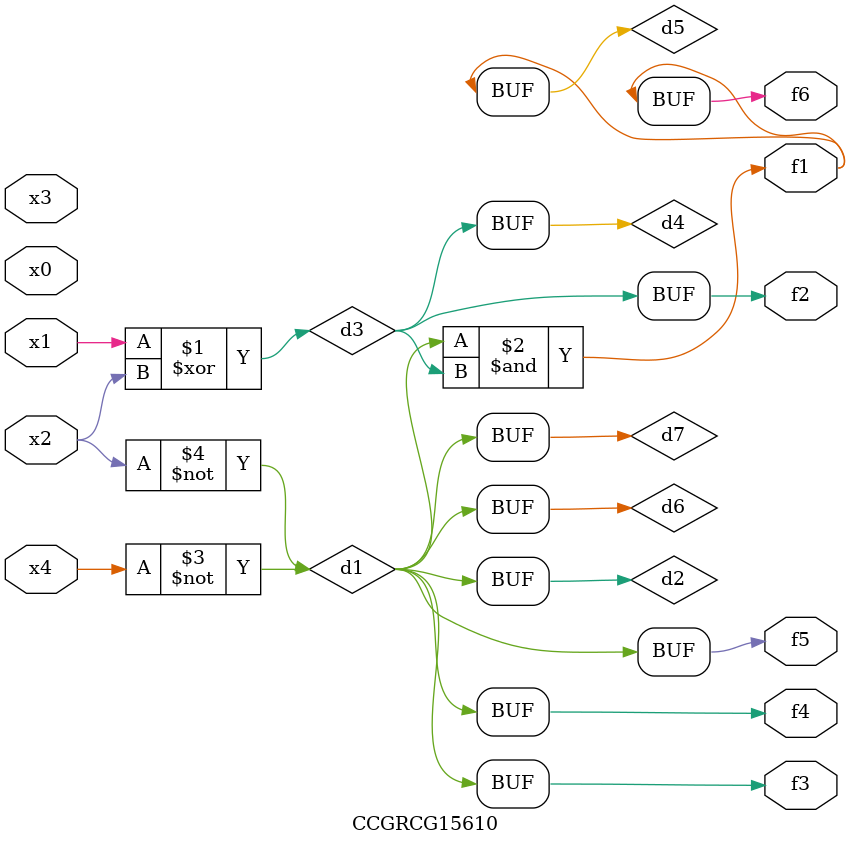
<source format=v>
module CCGRCG15610(
	input x0, x1, x2, x3, x4,
	output f1, f2, f3, f4, f5, f6
);

	wire d1, d2, d3, d4, d5, d6, d7;

	not (d1, x4);
	not (d2, x2);
	xor (d3, x1, x2);
	buf (d4, d3);
	and (d5, d1, d3);
	buf (d6, d1, d2);
	buf (d7, d2);
	assign f1 = d5;
	assign f2 = d4;
	assign f3 = d7;
	assign f4 = d7;
	assign f5 = d7;
	assign f6 = d5;
endmodule

</source>
